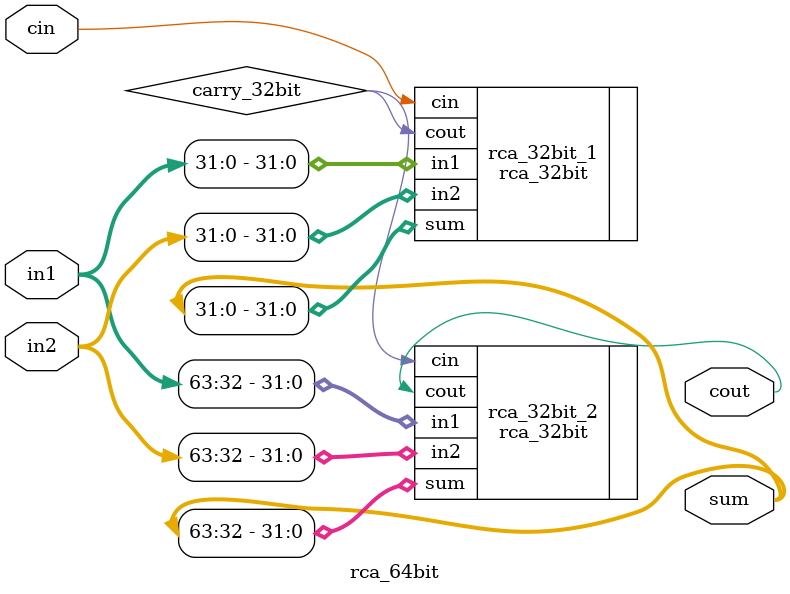
<source format=v>
module rca_64bit(in1, in2, cin, sum, cout);

// Inputs

// in1 :- Stores the 1st 64-bit input no. to be added
// in2 :- Stores the 2nd 64-bit input no. to be added
// cin :- Passes the initial carry value to be used for bitwise addition at LSB position (least significant 32 bits)

input [63:0] in1, in2;
input cin;

// Outputs

// sum :- Stores the 64-bit no. containing sum values for each bitwise addition
// cout :- Returns the final carry value after 64-bit addition of in1 and in2

output [63:0] sum;
output cout;

// wire carry_32bit stores the intermediate carry from 32-bit addition of the least significant 32 bits of in1 and in2
wire carry_32bit;


// define the 64-bit RCA in terms of 2 cascading 32 bit RCA (first one for the Least Significant 32 bits => 0:31 bits; and next for remaining 32 bits => 32:63 bits)
    rca_32bit rca_32bit_1(.in1(in1[31:0]), .in2(in2[31:0]), .cin(cin), .sum(sum[31:0]), .cout(carry_32bit));
    rca_32bit rca_32bit_2(.in1(in1[63:32]), .in2(in2[63:32]), .cin(carry_32bit), .sum(sum[63:32]), .cout(cout));

endmodule
</source>
